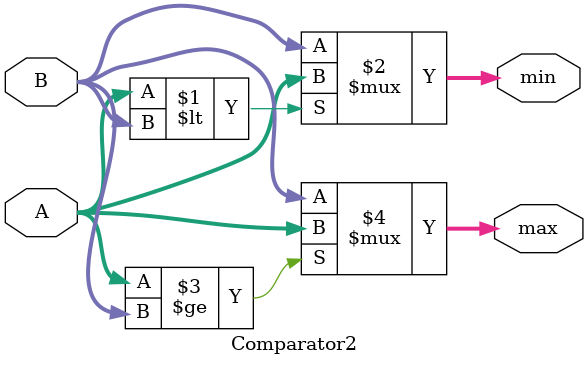
<source format=v>
module Comparator2 (
    input   [3:0]   A  ,  
    input   [3:0]   B  ,  
    output  [3:0]   min,  
    output  [3:0]   max  
);

    assign min = (A < B) ? A : B;
    assign max = (A >= B) ? A : B;

endmodule

</source>
